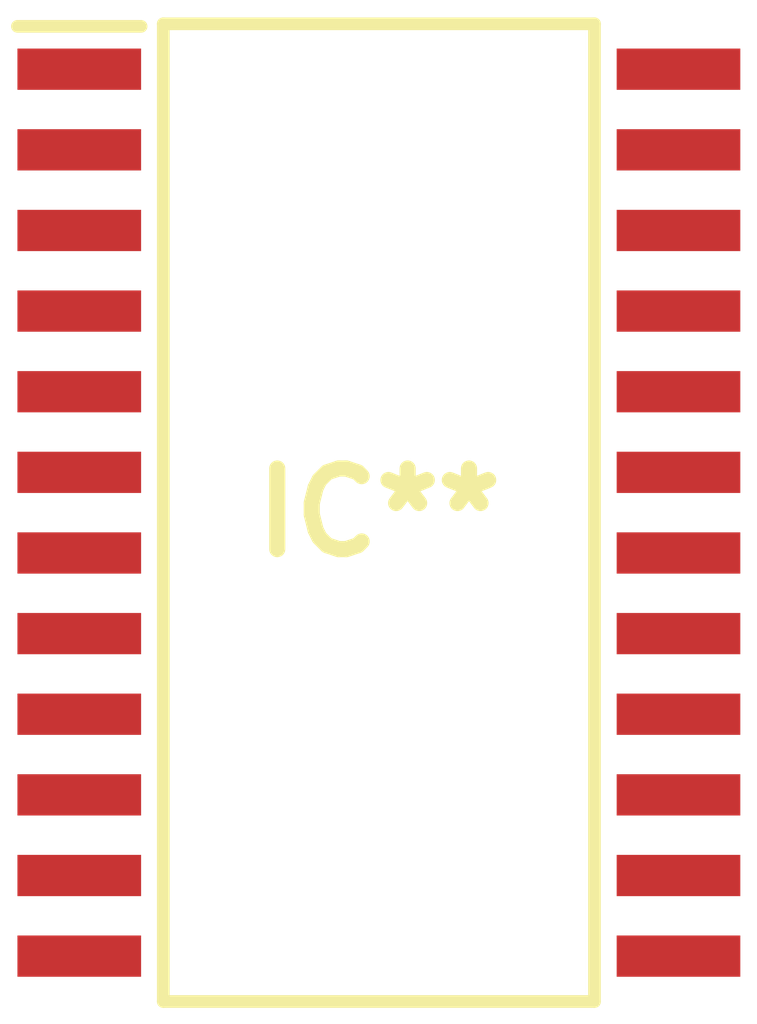
<source format=kicad_pcb>
(kicad_pcb (version 20211014) (generator pcbnew)
  (layers (0 "F.Cu" signal) (31 "B.Cu" signal) (34 "B.Paste" user) (35 "F.Paste" user) (36 "B.SilkS" user "B.Silkscreen") (37 "F.SilkS" user "F.Silkscreen") (38 "B.Mask" user) (39 "F.Mask" user) (44 "Edge.Cuts" user))
  (net 0 "")
  (footprint "EPSA_lib:SOIC127P1030X265-24N" (layer "F.Cu") (at 125.5 98.5)
    (fp_text reference "IC**" (at 0 0) (layer "F.SilkS") (effects (font (size 1.27 1.27) (thickness 0.254))))
    (fp_text value "SOIC127P1030X265-24N" hide)
    (fp_line (start -3.4 -7.7) (end 3.4 -7.7) (layer "F.SilkS") (width 0.2))
    (fp_line (start 3.4 7.7) (end -3.4 7.7) (layer "F.SilkS") (width 0.2))
    (fp_line (start -5.7 -7.66) (end -3.75 -7.66) (layer "F.SilkS") (width 0.2))
    (fp_line (start -3.4 7.7) (end -3.4 -7.7) (layer "F.SilkS") (width 0.2))
    (fp_line (start 3.4 -7.7) (end 3.4 7.7) (layer "F.SilkS") (width 0.2))
    (pad "1" smd rect (at -4.725 -6.985 90) (size 0.65 1.95) (layers "F.Cu" "F.Paste" "F.Mask"))
    (pad "2" smd rect (at -4.725 -5.715 90) (size 0.65 1.95) (layers "F.Cu" "F.Paste" "F.Mask"))
    (pad "3" smd rect (at -4.725 -4.445 90) (size 0.65 1.95) (layers "F.Cu" "F.Paste" "F.Mask"))
    (pad "4" smd rect (at -4.725 -3.175 90) (size 0.65 1.95) (layers "F.Cu" "F.Paste" "F.Mask"))
    (pad "5" smd rect (at -4.725 -1.905 90) (size 0.65 1.95) (layers "F.Cu" "F.Paste" "F.Mask"))
    (pad "6" smd rect (at -4.725 -0.635 90) (size 0.65 1.95) (layers "F.Cu" "F.Paste" "F.Mask"))
    (pad "7" smd rect (at -4.725 0.635 90) (size 0.65 1.95) (layers "F.Cu" "F.Paste" "F.Mask"))
    (pad "8" smd rect (at -4.725 1.905 90) (size 0.65 1.95) (layers "F.Cu" "F.Paste" "F.Mask"))
    (pad "9" smd rect (at -4.725 3.175 90) (size 0.65 1.95) (layers "F.Cu" "F.Paste" "F.Mask"))
    (pad "10" smd rect (at -4.725 4.445 90) (size 0.65 1.95) (layers "F.Cu" "F.Paste" "F.Mask"))
    (pad "11" smd rect (at -4.725 5.715 90) (size 0.65 1.95) (layers "F.Cu" "F.Paste" "F.Mask"))
    (pad "12" smd rect (at -4.725 6.985 90) (size 0.65 1.95) (layers "F.Cu" "F.Paste" "F.Mask"))
    (pad "13" smd rect (at 4.725 6.985 90) (size 0.65 1.95) (layers "F.Cu" "F.Paste" "F.Mask"))
    (pad "14" smd rect (at 4.725 5.715 90) (size 0.65 1.95) (layers "F.Cu" "F.Paste" "F.Mask"))
    (pad "15" smd rect (at 4.725 4.445 90) (size 0.65 1.95) (layers "F.Cu" "F.Paste" "F.Mask"))
    (pad "16" smd rect (at 4.725 3.175 90) (size 0.65 1.95) (layers "F.Cu" "F.Paste" "F.Mask"))
    (pad "17" smd rect (at 4.725 1.905 90) (size 0.65 1.95) (layers "F.Cu" "F.Paste" "F.Mask"))
    (pad "18" smd rect (at 4.725 0.635 90) (size 0.65 1.95) (layers "F.Cu" "F.Paste" "F.Mask"))
    (pad "19" smd rect (at 4.725 -0.635 90) (size 0.65 1.95) (layers "F.Cu" "F.Paste" "F.Mask"))
    (pad "20" smd rect (at 4.725 -1.905 90) (size 0.65 1.95) (layers "F.Cu" "F.Paste" "F.Mask"))
    (pad "21" smd rect (at 4.725 -3.175 90) (size 0.65 1.95) (layers "F.Cu" "F.Paste" "F.Mask"))
    (pad "22" smd rect (at 4.725 -4.445 90) (size 0.65 1.95) (layers "F.Cu" "F.Paste" "F.Mask"))
    (pad "23" smd rect (at 4.725 -5.715 90) (size 0.65 1.95) (layers "F.Cu" "F.Paste" "F.Mask"))
    (pad "24" smd rect (at 4.725 -6.985 90) (size 0.65 1.95) (layers "F.Cu" "F.Paste" "F.Mask"))
  )
)
</source>
